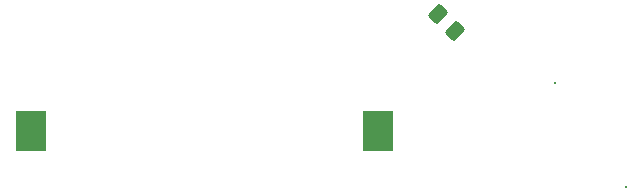
<source format=gbr>
%TF.GenerationSoftware,KiCad,Pcbnew,7.0.5*%
%TF.CreationDate,2023-07-02T17:57:48+02:00*%
%TF.ProjectId,eink-NFC,65696e6b-2d4e-4464-932e-6b696361645f,rev?*%
%TF.SameCoordinates,Original*%
%TF.FileFunction,Paste,Top*%
%TF.FilePolarity,Positive*%
%FSLAX46Y46*%
G04 Gerber Fmt 4.6, Leading zero omitted, Abs format (unit mm)*
G04 Created by KiCad (PCBNEW 7.0.5) date 2023-07-02 17:57:48*
%MOMM*%
%LPD*%
G01*
G04 APERTURE LIST*
G04 Aperture macros list*
%AMRoundRect*
0 Rectangle with rounded corners*
0 $1 Rounding radius*
0 $2 $3 $4 $5 $6 $7 $8 $9 X,Y pos of 4 corners*
0 Add a 4 corners polygon primitive as box body*
4,1,4,$2,$3,$4,$5,$6,$7,$8,$9,$2,$3,0*
0 Add four circle primitives for the rounded corners*
1,1,$1+$1,$2,$3*
1,1,$1+$1,$4,$5*
1,1,$1+$1,$6,$7*
1,1,$1+$1,$8,$9*
0 Add four rect primitives between the rounded corners*
20,1,$1+$1,$2,$3,$4,$5,0*
20,1,$1+$1,$4,$5,$6,$7,0*
20,1,$1+$1,$6,$7,$8,$9,0*
20,1,$1+$1,$8,$9,$2,$3,0*%
G04 Aperture macros list end*
%ADD10R,0.200000X0.200000*%
%ADD11RoundRect,0.250000X0.574524X0.097227X0.097227X0.574524X-0.574524X-0.097227X-0.097227X-0.574524X0*%
%ADD12R,2.600000X3.500000*%
G04 APERTURE END LIST*
D10*
%TO.C,ANT1*%
X165740000Y-86304000D03*
X159740000Y-77504000D03*
%TD*%
D11*
%TO.C,C4*%
X149860000Y-71628000D03*
X151327246Y-73095246D03*
%TD*%
D12*
%TO.C,BT1*%
X144769500Y-81534000D03*
X115369500Y-81534000D03*
%TD*%
M02*

</source>
